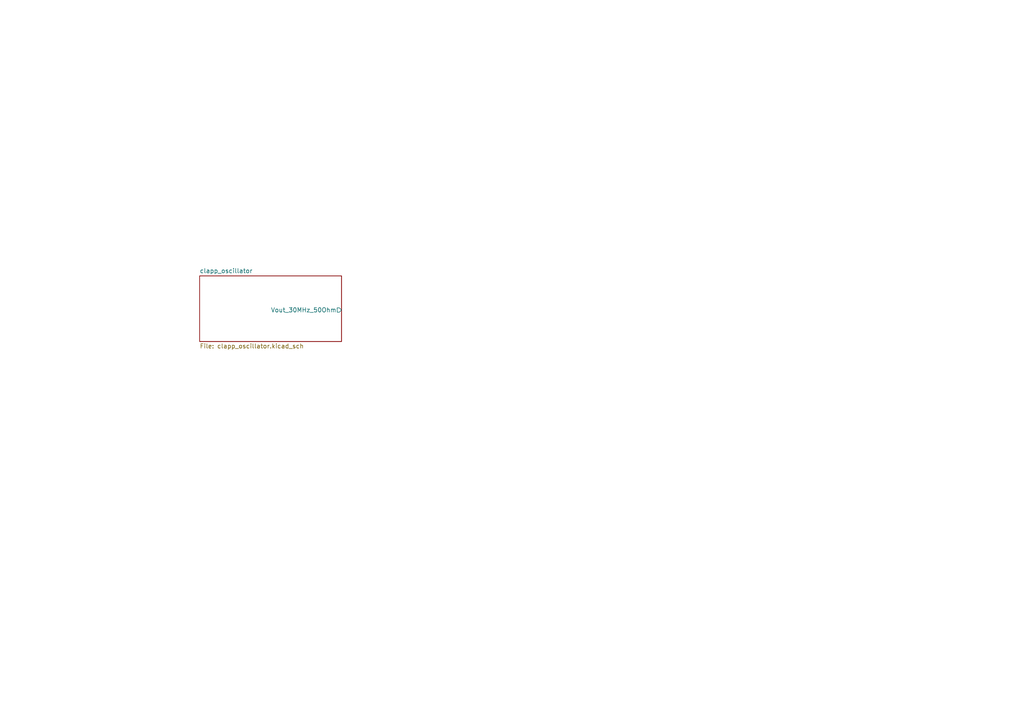
<source format=kicad_sch>
(kicad_sch (version 20211123) (generator eeschema)
  (paper "A4")
  (lib_symbols)
  (sheet (at 57.912 80.01) (size 41.148 19.05) (stroke (width 0.1524))
    (property "Sheet name" "clapp_oscillator" (at 57.912 79.2984 0) (effects (justify left bottom)))
    (property "Sheet file" "clapp_oscillator.kicad_sch" (at 57.912 99.6446 0) (effects (justify left top)))
    (pin "Vout_30MHz_50Ohm" output (at 99.06 89.916 0))
  )
)
</source>
